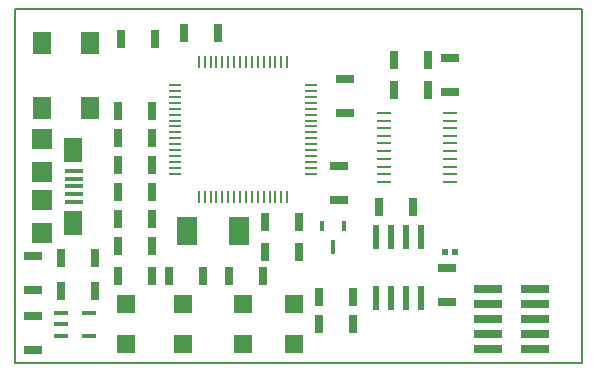
<source format=gtp>
%FSLAX23Y23*%
%MOIN*%
G04 EasyPC Gerber Version 17.0 Build 3379 *
%ADD145R,0.00781X0.04324*%
%ADD161R,0.01600X0.03600*%
%ADD162R,0.01600X0.04600*%
%ADD160R,0.01962X0.08261*%
%ADD143R,0.03143X0.05899*%
%ADD146R,0.04324X0.00781*%
%ADD164R,0.05000X0.00800*%
%ADD157R,0.06100X0.01175*%
%ADD159R,0.04600X0.01800*%
%ADD163R,0.02169X0.01962*%
%ADD166R,0.09443X0.02553*%
%ADD144R,0.05899X0.03143*%
%ADD150R,0.05899X0.07868*%
%ADD147R,0.07080X0.06687*%
%ADD167R,0.07080X0.09600*%
%ADD158R,0.05900X0.05900*%
%ADD148R,0.07080X0.07080*%
%ADD165R,0.05899X0.07474*%
%ADD10C,0.00500*%
X0Y0D02*
D02*
D10*
X2599Y55D02*
X4489D01*
Y1236*
X2599*
Y55*
D02*
D143*
X2752Y295D03*
X2752Y405D03*
X2866Y295D03*
X2866Y405D03*
X2942Y345D03*
Y535D03*
Y625D03*
Y715D03*
Y805D03*
X2942Y445D03*
Y895D03*
X2952Y1135D03*
X3056Y345D03*
Y535D03*
Y625D03*
Y715D03*
Y805D03*
X3056Y445D03*
Y895D03*
X3066Y1135D03*
X3112Y345D03*
X3162Y1155D03*
X3226Y345D03*
X3276Y1155D03*
X3312Y345D03*
X3426D03*
X3432Y425D03*
Y525D03*
X3546Y425D03*
Y525D03*
X3612Y275D03*
X3612Y185D03*
X3726Y275D03*
X3726Y185D03*
X3812Y575D03*
X3862Y965D03*
Y1065D03*
X3926Y575D03*
X3976Y965D03*
Y1065D03*
D02*
D144*
X2659Y98D03*
Y212D03*
Y298D03*
Y412D03*
X3679Y598D03*
Y712D03*
X3699Y888D03*
Y1002D03*
X4039Y258D03*
Y372D03*
X4049Y958D03*
Y1072D03*
D02*
D145*
X3211Y609D03*
Y1061D03*
X3231Y609D03*
Y1061D03*
X3251Y609D03*
Y1061D03*
X3270Y609D03*
Y1061D03*
X3290Y609D03*
Y1061D03*
X3310Y609D03*
Y1061D03*
X3329Y609D03*
Y1061D03*
X3349Y609D03*
Y1061D03*
X3369Y609D03*
Y1061D03*
X3388Y609D03*
Y1061D03*
X3408Y609D03*
Y1061D03*
X3428Y609D03*
Y1061D03*
X3448Y609D03*
Y1061D03*
X3467Y609D03*
Y1061D03*
X3487Y609D03*
Y1061D03*
X3507Y609D03*
Y1061D03*
D02*
D146*
X3133Y687D03*
Y707D03*
Y727D03*
Y746D03*
Y766D03*
Y786D03*
Y805D03*
Y825D03*
Y845D03*
Y864D03*
Y884D03*
Y904D03*
Y924D03*
Y943D03*
Y963D03*
Y983D03*
X3585Y687D03*
Y707D03*
Y727D03*
Y746D03*
Y766D03*
Y786D03*
Y805D03*
Y825D03*
Y845D03*
Y864D03*
Y884D03*
Y904D03*
Y924D03*
Y943D03*
Y963D03*
Y983D03*
D02*
D147*
X2689Y488D03*
Y802D03*
D02*
D148*
Y598D03*
Y692D03*
D02*
D150*
X2791Y523D03*
Y767D03*
D02*
D157*
X2796Y594D03*
Y619D03*
Y645D03*
Y671D03*
Y696D03*
D02*
D158*
X2969Y118D03*
Y252D03*
X3159Y118D03*
Y252D03*
X3359Y118D03*
Y252D03*
X3529Y118D03*
Y252D03*
D02*
D159*
X2751Y147D03*
Y185D03*
Y222D03*
X2847Y147D03*
Y222D03*
D02*
D160*
X3804Y273D03*
Y477D03*
X3854Y273D03*
Y477D03*
X3904Y273D03*
Y477D03*
X3954Y273D03*
Y477D03*
D02*
D161*
X3621Y512D03*
X3696D03*
D02*
D162*
X3659Y442D03*
D02*
D163*
X4032Y425D03*
X4066D03*
D02*
D164*
X3830Y660D03*
Y685D03*
Y711D03*
Y737D03*
Y762D03*
Y788D03*
Y813D03*
Y839D03*
Y864D03*
Y890D03*
X4048Y660D03*
Y685D03*
Y711D03*
Y737D03*
Y762D03*
Y788D03*
Y813D03*
Y839D03*
Y864D03*
Y890D03*
D02*
D165*
X2689Y907D03*
Y1123D03*
X2849Y907D03*
Y1123D03*
D02*
D166*
X4177Y104D03*
Y154D03*
Y204D03*
Y254D03*
Y304D03*
X4334Y104D03*
Y154D03*
Y204D03*
Y254D03*
Y304D03*
D02*
D167*
X3172Y495D03*
X3346D03*
X0Y0D02*
M02*

</source>
